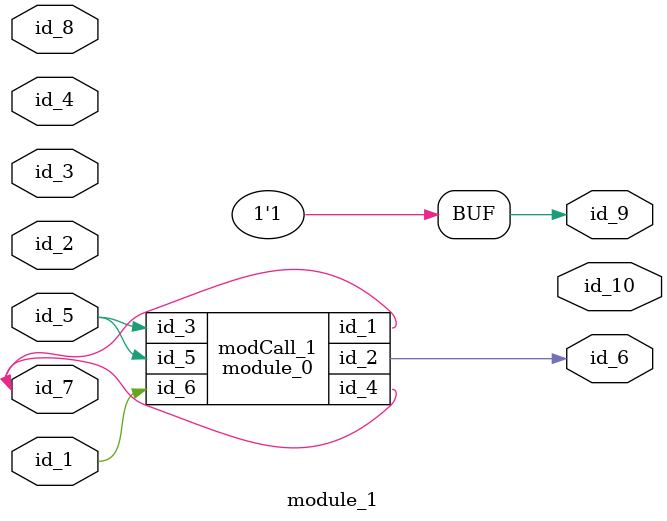
<source format=v>
module module_0 (
    id_1,
    id_2,
    id_3,
    id_4,
    id_5,
    id_6
);
  input wire id_6;
  input wire id_5;
  inout wire id_4;
  input wire id_3;
  output wire id_2;
  inout wire id_1;
  assign id_4 = id_3;
endmodule
module module_1 (
    id_1,
    id_2,
    id_3,
    id_4,
    id_5,
    id_6,
    id_7,
    id_8,
    id_9,
    id_10
);
  output wire id_10;
  output wire id_9;
  input wire id_8;
  inout wire id_7;
  output wire id_6;
  inout wire id_5;
  inout wire id_4;
  input wire id_3;
  input wire id_2;
  inout wire id_1;
  assign id_9 = 1 >= 1;
  module_0 modCall_1 (
      id_7,
      id_6,
      id_5,
      id_7,
      id_5,
      id_1
  );
endmodule

</source>
